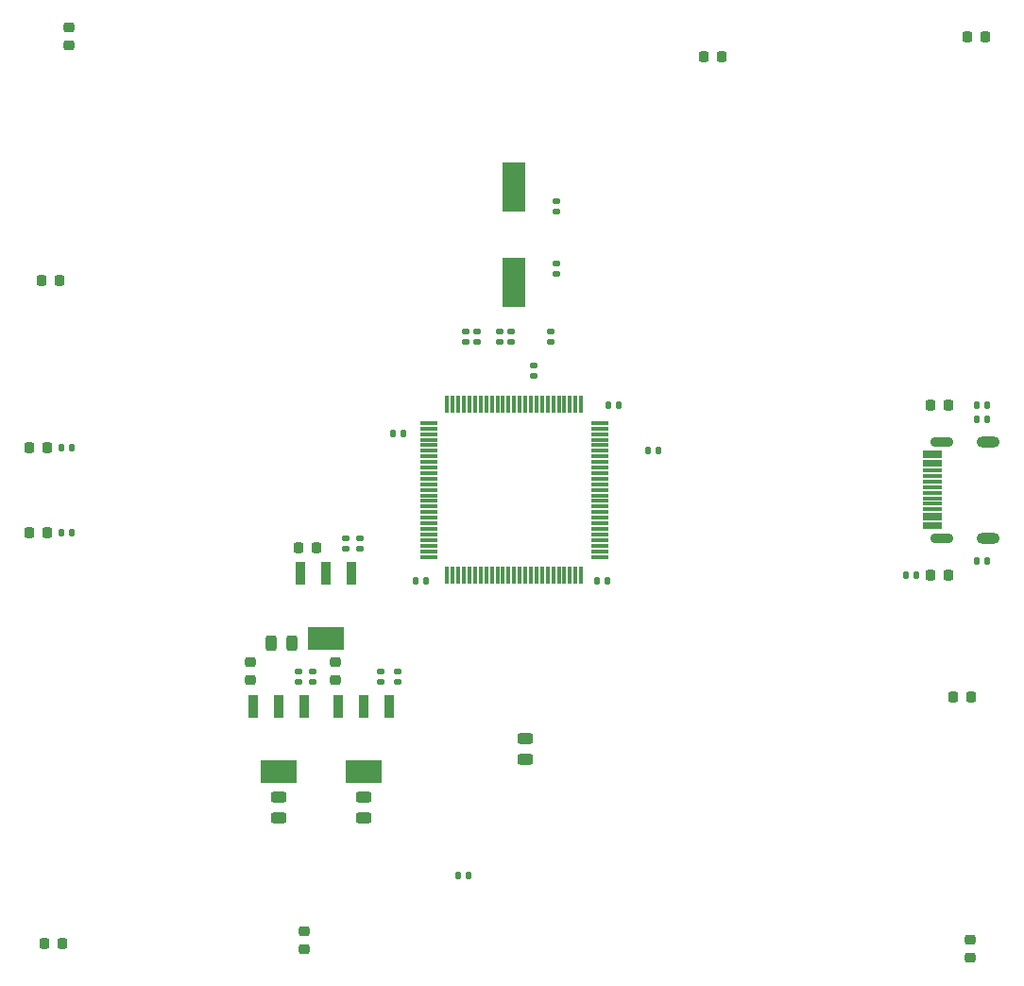
<source format=gtp>
G04 #@! TF.GenerationSoftware,KiCad,Pcbnew,6.0.9-8da3e8f707~117~ubuntu22.04.1*
G04 #@! TF.CreationDate,2022-12-03T17:44:34-08:00*
G04 #@! TF.ProjectId,ch348_octo_serial,63683334-385f-46f6-9374-6f5f73657269,rev?*
G04 #@! TF.SameCoordinates,Original*
G04 #@! TF.FileFunction,Paste,Top*
G04 #@! TF.FilePolarity,Positive*
%FSLAX46Y46*%
G04 Gerber Fmt 4.6, Leading zero omitted, Abs format (unit mm)*
G04 Created by KiCad (PCBNEW 6.0.9-8da3e8f707~117~ubuntu22.04.1) date 2022-12-03 17:44:34*
%MOMM*%
%LPD*%
G01*
G04 APERTURE LIST*
G04 Aperture macros list*
%AMRoundRect*
0 Rectangle with rounded corners*
0 $1 Rounding radius*
0 $2 $3 $4 $5 $6 $7 $8 $9 X,Y pos of 4 corners*
0 Add a 4 corners polygon primitive as box body*
4,1,4,$2,$3,$4,$5,$6,$7,$8,$9,$2,$3,0*
0 Add four circle primitives for the rounded corners*
1,1,$1+$1,$2,$3*
1,1,$1+$1,$4,$5*
1,1,$1+$1,$6,$7*
1,1,$1+$1,$8,$9*
0 Add four rect primitives between the rounded corners*
20,1,$1+$1,$2,$3,$4,$5,0*
20,1,$1+$1,$4,$5,$6,$7,0*
20,1,$1+$1,$6,$7,$8,$9,0*
20,1,$1+$1,$8,$9,$2,$3,0*%
G04 Aperture macros list end*
%ADD10RoundRect,0.218750X-0.218750X-0.256250X0.218750X-0.256250X0.218750X0.256250X-0.218750X0.256250X0*%
%ADD11R,0.950000X2.150000*%
%ADD12R,3.250000X2.150000*%
%ADD13RoundRect,0.147500X-0.172500X0.147500X-0.172500X-0.147500X0.172500X-0.147500X0.172500X0.147500X0*%
%ADD14RoundRect,0.218750X0.256250X-0.218750X0.256250X0.218750X-0.256250X0.218750X-0.256250X-0.218750X0*%
%ADD15RoundRect,0.147500X0.172500X-0.147500X0.172500X0.147500X-0.172500X0.147500X-0.172500X-0.147500X0*%
%ADD16RoundRect,0.147500X0.147500X0.172500X-0.147500X0.172500X-0.147500X-0.172500X0.147500X-0.172500X0*%
%ADD17RoundRect,0.218750X-0.256250X0.218750X-0.256250X-0.218750X0.256250X-0.218750X0.256250X0.218750X0*%
%ADD18RoundRect,0.147500X-0.147500X-0.172500X0.147500X-0.172500X0.147500X0.172500X-0.147500X0.172500X0*%
%ADD19RoundRect,0.243750X-0.456250X0.243750X-0.456250X-0.243750X0.456250X-0.243750X0.456250X0.243750X0*%
%ADD20RoundRect,0.218750X0.218750X0.256250X-0.218750X0.256250X-0.218750X-0.256250X0.218750X-0.256250X0*%
%ADD21R,2.000000X4.500000*%
%ADD22RoundRect,0.243750X0.243750X0.456250X-0.243750X0.456250X-0.243750X-0.456250X0.243750X-0.456250X0*%
%ADD23R,1.750000X0.300000*%
%ADD24O,2.100000X1.000000*%
%ADD25O,2.100000X0.900000*%
%ADD26RoundRect,0.075000X-0.075000X0.725000X-0.075000X-0.725000X0.075000X-0.725000X0.075000X0.725000X0*%
%ADD27RoundRect,0.075000X-0.725000X0.075000X-0.725000X-0.075000X0.725000X-0.075000X0.725000X0.075000X0*%
G04 APERTURE END LIST*
D10*
G04 #@! TO.C,C18*
X152374500Y-102362000D03*
X153949500Y-102362000D03*
G04 #@! TD*
D11*
G04 #@! TO.C,VR1*
X98439000Y-91334000D03*
X96139000Y-91334000D03*
X93839000Y-91334000D03*
D12*
X96139000Y-97134000D03*
G04 #@! TD*
D13*
G04 #@! TO.C,C9*
X116840000Y-57935000D03*
X116840000Y-58905000D03*
G04 #@! TD*
D10*
G04 #@! TO.C,D4*
X69570500Y-87630000D03*
X71145500Y-87630000D03*
G04 #@! TD*
D14*
G04 #@! TO.C,C25*
X153924000Y-125755500D03*
X153924000Y-124180500D03*
G04 #@! TD*
D15*
G04 #@! TO.C,C7*
X112776000Y-70589000D03*
X112776000Y-69619000D03*
G04 #@! TD*
D16*
G04 #@! TO.C,R12*
X125961000Y-80264000D03*
X124991000Y-80264000D03*
G04 #@! TD*
D10*
G04 #@! TO.C,C1*
X93700500Y-89027000D03*
X95275500Y-89027000D03*
G04 #@! TD*
D15*
G04 #@! TO.C,R3*
X99187000Y-89131000D03*
X99187000Y-88161000D03*
G04 #@! TD*
G04 #@! TO.C,R5*
X94996000Y-101069000D03*
X94996000Y-100099000D03*
G04 #@! TD*
G04 #@! TO.C,R7*
X102616000Y-101069000D03*
X102616000Y-100099000D03*
G04 #@! TD*
D13*
G04 #@! TO.C,R13*
X116332000Y-69619000D03*
X116332000Y-70589000D03*
G04 #@! TD*
D16*
G04 #@! TO.C,C13*
X103101000Y-78740000D03*
X102131000Y-78740000D03*
G04 #@! TD*
D17*
G04 #@! TO.C,C21*
X73152000Y-42392500D03*
X73152000Y-43967500D03*
G04 #@! TD*
D13*
G04 #@! TO.C,R10*
X111760000Y-69619000D03*
X111760000Y-70589000D03*
G04 #@! TD*
D16*
G04 #@! TO.C,C17*
X105133000Y-91948000D03*
X104163000Y-91948000D03*
G04 #@! TD*
D18*
G04 #@! TO.C,C10*
X121435000Y-76200000D03*
X122405000Y-76200000D03*
G04 #@! TD*
D13*
G04 #@! TO.C,R4*
X93726000Y-100099000D03*
X93726000Y-101069000D03*
G04 #@! TD*
D16*
G04 #@! TO.C,R11*
X155425000Y-76200000D03*
X154455000Y-76200000D03*
G04 #@! TD*
D17*
G04 #@! TO.C,C24*
X94234000Y-123418500D03*
X94234000Y-124993500D03*
G04 #@! TD*
D15*
G04 #@! TO.C,C8*
X116840000Y-64470000D03*
X116840000Y-63500000D03*
G04 #@! TD*
D19*
G04 #@! TO.C,C5*
X91948000Y-111330500D03*
X91948000Y-113205500D03*
G04 #@! TD*
D10*
G04 #@! TO.C,D3*
X69570500Y-80010000D03*
X71145500Y-80010000D03*
G04 #@! TD*
D19*
G04 #@! TO.C,C6*
X99568000Y-111330500D03*
X99568000Y-113205500D03*
G04 #@! TD*
D20*
G04 #@! TO.C,D1*
X151917500Y-91440000D03*
X150342500Y-91440000D03*
G04 #@! TD*
D15*
G04 #@! TO.C,C11*
X114808000Y-73637000D03*
X114808000Y-72667000D03*
G04 #@! TD*
D18*
G04 #@! TO.C,R8*
X154455000Y-90170000D03*
X155425000Y-90170000D03*
G04 #@! TD*
D14*
G04 #@! TO.C,C2*
X89408000Y-100863500D03*
X89408000Y-99288500D03*
G04 #@! TD*
D10*
G04 #@! TO.C,D2*
X150342500Y-76200000D03*
X151917500Y-76200000D03*
G04 #@! TD*
D16*
G04 #@! TO.C,R14*
X73383000Y-80010000D03*
X72413000Y-80010000D03*
G04 #@! TD*
G04 #@! TO.C,R15*
X73383000Y-87630000D03*
X72413000Y-87630000D03*
G04 #@! TD*
D19*
G04 #@! TO.C,C16*
X114046000Y-106123500D03*
X114046000Y-107998500D03*
G04 #@! TD*
D21*
G04 #@! TO.C,X1*
X113030000Y-65210000D03*
X113030000Y-56710000D03*
G04 #@! TD*
D16*
G04 #@! TO.C,R9*
X155425000Y-77470000D03*
X154455000Y-77470000D03*
G04 #@! TD*
D20*
G04 #@! TO.C,C22*
X72288500Y-65024000D03*
X70713500Y-65024000D03*
G04 #@! TD*
D22*
G04 #@! TO.C,C4*
X93139500Y-97536000D03*
X91264500Y-97536000D03*
G04 #@! TD*
D20*
G04 #@! TO.C,C19*
X155219500Y-43180000D03*
X153644500Y-43180000D03*
G04 #@! TD*
D18*
G04 #@! TO.C,R1*
X148105000Y-91440000D03*
X149075000Y-91440000D03*
G04 #@! TD*
D23*
G04 #@! TO.C,J1*
X150520000Y-87170000D03*
X150520000Y-86370000D03*
X150520000Y-85070000D03*
X150520000Y-84070000D03*
X150520000Y-83570000D03*
X150520000Y-82570000D03*
X150520000Y-81270000D03*
X150520000Y-80470000D03*
X150520000Y-80770000D03*
X150520000Y-81570000D03*
X150520000Y-82070000D03*
X150520000Y-83070000D03*
X150520000Y-84570000D03*
X150520000Y-85570000D03*
X150520000Y-86070000D03*
X150520000Y-86870000D03*
D24*
X155540000Y-79500000D03*
X155540000Y-88140000D03*
D25*
X151360000Y-88140000D03*
X151360000Y-79500000D03*
G04 #@! TD*
D26*
G04 #@! TO.C,U1*
X119030000Y-76145000D03*
X118530000Y-76145000D03*
X118030000Y-76145000D03*
X117530000Y-76145000D03*
X117030000Y-76145000D03*
X116530000Y-76145000D03*
X116030000Y-76145000D03*
X115530000Y-76145000D03*
X115030000Y-76145000D03*
X114530000Y-76145000D03*
X114030000Y-76145000D03*
X113530000Y-76145000D03*
X113030000Y-76145000D03*
X112530000Y-76145000D03*
X112030000Y-76145000D03*
X111530000Y-76145000D03*
X111030000Y-76145000D03*
X110530000Y-76145000D03*
X110030000Y-76145000D03*
X109530000Y-76145000D03*
X109030000Y-76145000D03*
X108530000Y-76145000D03*
X108030000Y-76145000D03*
X107530000Y-76145000D03*
X107030000Y-76145000D03*
D27*
X105355000Y-77820000D03*
X105355000Y-78320000D03*
X105355000Y-78820000D03*
X105355000Y-79320000D03*
X105355000Y-79820000D03*
X105355000Y-80320000D03*
X105355000Y-80820000D03*
X105355000Y-81320000D03*
X105355000Y-81820000D03*
X105355000Y-82320000D03*
X105355000Y-82820000D03*
X105355000Y-83320000D03*
X105355000Y-83820000D03*
X105355000Y-84320000D03*
X105355000Y-84820000D03*
X105355000Y-85320000D03*
X105355000Y-85820000D03*
X105355000Y-86320000D03*
X105355000Y-86820000D03*
X105355000Y-87320000D03*
X105355000Y-87820000D03*
X105355000Y-88320000D03*
X105355000Y-88820000D03*
X105355000Y-89320000D03*
X105355000Y-89820000D03*
D26*
X107030000Y-91495000D03*
X107530000Y-91495000D03*
X108030000Y-91495000D03*
X108530000Y-91495000D03*
X109030000Y-91495000D03*
X109530000Y-91495000D03*
X110030000Y-91495000D03*
X110530000Y-91495000D03*
X111030000Y-91495000D03*
X111530000Y-91495000D03*
X112030000Y-91495000D03*
X112530000Y-91495000D03*
X113030000Y-91495000D03*
X113530000Y-91495000D03*
X114030000Y-91495000D03*
X114530000Y-91495000D03*
X115030000Y-91495000D03*
X115530000Y-91495000D03*
X116030000Y-91495000D03*
X116530000Y-91495000D03*
X117030000Y-91495000D03*
X117530000Y-91495000D03*
X118030000Y-91495000D03*
X118530000Y-91495000D03*
X119030000Y-91495000D03*
D27*
X120705000Y-89820000D03*
X120705000Y-89320000D03*
X120705000Y-88820000D03*
X120705000Y-88320000D03*
X120705000Y-87820000D03*
X120705000Y-87320000D03*
X120705000Y-86820000D03*
X120705000Y-86320000D03*
X120705000Y-85820000D03*
X120705000Y-85320000D03*
X120705000Y-84820000D03*
X120705000Y-84320000D03*
X120705000Y-83820000D03*
X120705000Y-83320000D03*
X120705000Y-82820000D03*
X120705000Y-82320000D03*
X120705000Y-81820000D03*
X120705000Y-81320000D03*
X120705000Y-80820000D03*
X120705000Y-80320000D03*
X120705000Y-79820000D03*
X120705000Y-79320000D03*
X120705000Y-78820000D03*
X120705000Y-78320000D03*
X120705000Y-77820000D03*
G04 #@! TD*
D18*
G04 #@! TO.C,C15*
X120419000Y-91948000D03*
X121389000Y-91948000D03*
G04 #@! TD*
D10*
G04 #@! TO.C,C23*
X70967500Y-124460000D03*
X72542500Y-124460000D03*
G04 #@! TD*
D15*
G04 #@! TO.C,C14*
X109728000Y-70589000D03*
X109728000Y-69619000D03*
G04 #@! TD*
G04 #@! TO.C,C12*
X108712000Y-70589000D03*
X108712000Y-69619000D03*
G04 #@! TD*
D13*
G04 #@! TO.C,R2*
X97917000Y-88161000D03*
X97917000Y-89131000D03*
G04 #@! TD*
D14*
G04 #@! TO.C,C3*
X97028000Y-100863500D03*
X97028000Y-99288500D03*
G04 #@! TD*
D16*
G04 #@! TO.C,R16*
X108943000Y-118364000D03*
X107973000Y-118364000D03*
G04 #@! TD*
D20*
G04 #@! TO.C,C20*
X131597500Y-44958000D03*
X130022500Y-44958000D03*
G04 #@! TD*
D11*
G04 #@! TO.C,VR3*
X101868000Y-103272000D03*
X99568000Y-103272000D03*
X97268000Y-103272000D03*
D12*
X99568000Y-109072000D03*
G04 #@! TD*
D13*
G04 #@! TO.C,R6*
X101092000Y-100099000D03*
X101092000Y-101069000D03*
G04 #@! TD*
D11*
G04 #@! TO.C,VR2*
X94248000Y-103272000D03*
X91948000Y-103272000D03*
X89648000Y-103272000D03*
D12*
X91948000Y-109072000D03*
G04 #@! TD*
M02*

</source>
